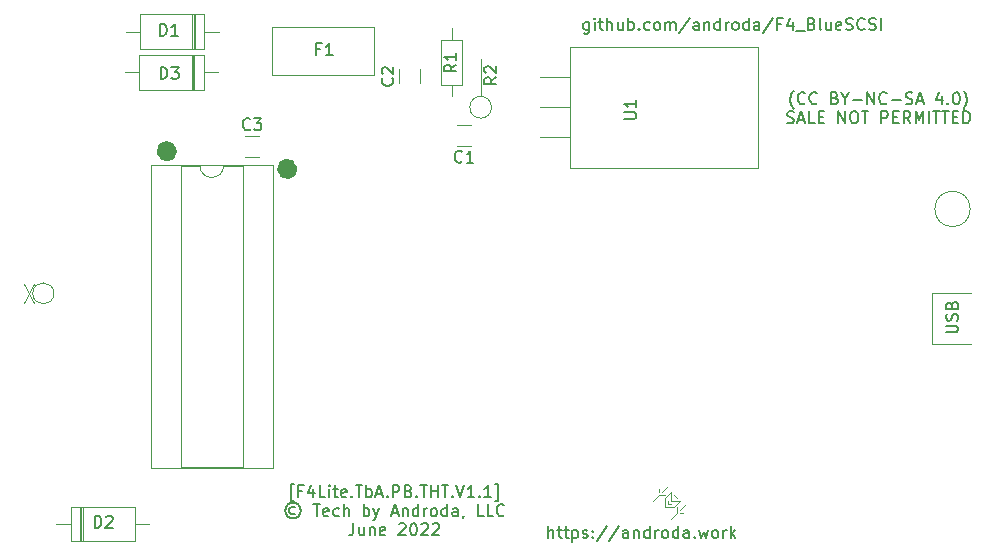
<source format=gbr>
%TF.GenerationSoftware,KiCad,Pcbnew,(6.0.2)*%
%TF.CreationDate,2022-07-01T05:11:33-06:00*%
%TF.ProjectId,PowerBook_F4Lite_THTV1,506f7765-7242-46f6-9f6b-5f46344c6974,rev?*%
%TF.SameCoordinates,Original*%
%TF.FileFunction,Legend,Top*%
%TF.FilePolarity,Positive*%
%FSLAX46Y46*%
G04 Gerber Fmt 4.6, Leading zero omitted, Abs format (unit mm)*
G04 Created by KiCad (PCBNEW (6.0.2)) date 2022-07-01 05:11:33*
%MOMM*%
%LPD*%
G01*
G04 APERTURE LIST*
%ADD10C,1.100000*%
%ADD11C,0.150000*%
%ADD12C,0.120000*%
G04 APERTURE END LIST*
D10*
X89200535Y-74353420D02*
G75*
G03*
X89200535Y-74353420I-313235J0D01*
G01*
X78994815Y-72859900D02*
G75*
G03*
X78994815Y-72859900I-313235J0D01*
G01*
D11*
X110988507Y-105595680D02*
X110988507Y-104595680D01*
X111417079Y-105595680D02*
X111417079Y-105071871D01*
X111369460Y-104976633D01*
X111274221Y-104929014D01*
X111131364Y-104929014D01*
X111036126Y-104976633D01*
X110988507Y-105024252D01*
X111750412Y-104929014D02*
X112131364Y-104929014D01*
X111893269Y-104595680D02*
X111893269Y-105452823D01*
X111940888Y-105548061D01*
X112036126Y-105595680D01*
X112131364Y-105595680D01*
X112321840Y-104929014D02*
X112702793Y-104929014D01*
X112464698Y-104595680D02*
X112464698Y-105452823D01*
X112512317Y-105548061D01*
X112607555Y-105595680D01*
X112702793Y-105595680D01*
X113036126Y-104929014D02*
X113036126Y-105929014D01*
X113036126Y-104976633D02*
X113131364Y-104929014D01*
X113321840Y-104929014D01*
X113417079Y-104976633D01*
X113464698Y-105024252D01*
X113512317Y-105119490D01*
X113512317Y-105405204D01*
X113464698Y-105500442D01*
X113417079Y-105548061D01*
X113321840Y-105595680D01*
X113131364Y-105595680D01*
X113036126Y-105548061D01*
X113893269Y-105548061D02*
X113988507Y-105595680D01*
X114178983Y-105595680D01*
X114274221Y-105548061D01*
X114321840Y-105452823D01*
X114321840Y-105405204D01*
X114274221Y-105309966D01*
X114178983Y-105262347D01*
X114036126Y-105262347D01*
X113940888Y-105214728D01*
X113893269Y-105119490D01*
X113893269Y-105071871D01*
X113940888Y-104976633D01*
X114036126Y-104929014D01*
X114178983Y-104929014D01*
X114274221Y-104976633D01*
X114750412Y-105500442D02*
X114798031Y-105548061D01*
X114750412Y-105595680D01*
X114702793Y-105548061D01*
X114750412Y-105500442D01*
X114750412Y-105595680D01*
X114750412Y-104976633D02*
X114798031Y-105024252D01*
X114750412Y-105071871D01*
X114702793Y-105024252D01*
X114750412Y-104976633D01*
X114750412Y-105071871D01*
X115940888Y-104548061D02*
X115083745Y-105833776D01*
X116988507Y-104548061D02*
X116131364Y-105833776D01*
X117750412Y-105595680D02*
X117750412Y-105071871D01*
X117702793Y-104976633D01*
X117607555Y-104929014D01*
X117417079Y-104929014D01*
X117321840Y-104976633D01*
X117750412Y-105548061D02*
X117655174Y-105595680D01*
X117417079Y-105595680D01*
X117321840Y-105548061D01*
X117274221Y-105452823D01*
X117274221Y-105357585D01*
X117321840Y-105262347D01*
X117417079Y-105214728D01*
X117655174Y-105214728D01*
X117750412Y-105167109D01*
X118226602Y-104929014D02*
X118226602Y-105595680D01*
X118226602Y-105024252D02*
X118274221Y-104976633D01*
X118369460Y-104929014D01*
X118512317Y-104929014D01*
X118607555Y-104976633D01*
X118655174Y-105071871D01*
X118655174Y-105595680D01*
X119559936Y-105595680D02*
X119559936Y-104595680D01*
X119559936Y-105548061D02*
X119464698Y-105595680D01*
X119274221Y-105595680D01*
X119178983Y-105548061D01*
X119131364Y-105500442D01*
X119083745Y-105405204D01*
X119083745Y-105119490D01*
X119131364Y-105024252D01*
X119178983Y-104976633D01*
X119274221Y-104929014D01*
X119464698Y-104929014D01*
X119559936Y-104976633D01*
X120036126Y-105595680D02*
X120036126Y-104929014D01*
X120036126Y-105119490D02*
X120083745Y-105024252D01*
X120131364Y-104976633D01*
X120226602Y-104929014D01*
X120321840Y-104929014D01*
X120798031Y-105595680D02*
X120702793Y-105548061D01*
X120655174Y-105500442D01*
X120607555Y-105405204D01*
X120607555Y-105119490D01*
X120655174Y-105024252D01*
X120702793Y-104976633D01*
X120798031Y-104929014D01*
X120940888Y-104929014D01*
X121036126Y-104976633D01*
X121083745Y-105024252D01*
X121131364Y-105119490D01*
X121131364Y-105405204D01*
X121083745Y-105500442D01*
X121036126Y-105548061D01*
X120940888Y-105595680D01*
X120798031Y-105595680D01*
X121988507Y-105595680D02*
X121988507Y-104595680D01*
X121988507Y-105548061D02*
X121893269Y-105595680D01*
X121702793Y-105595680D01*
X121607555Y-105548061D01*
X121559936Y-105500442D01*
X121512317Y-105405204D01*
X121512317Y-105119490D01*
X121559936Y-105024252D01*
X121607555Y-104976633D01*
X121702793Y-104929014D01*
X121893269Y-104929014D01*
X121988507Y-104976633D01*
X122893269Y-105595680D02*
X122893269Y-105071871D01*
X122845650Y-104976633D01*
X122750412Y-104929014D01*
X122559936Y-104929014D01*
X122464698Y-104976633D01*
X122893269Y-105548061D02*
X122798031Y-105595680D01*
X122559936Y-105595680D01*
X122464698Y-105548061D01*
X122417079Y-105452823D01*
X122417079Y-105357585D01*
X122464698Y-105262347D01*
X122559936Y-105214728D01*
X122798031Y-105214728D01*
X122893269Y-105167109D01*
X123369460Y-105500442D02*
X123417079Y-105548061D01*
X123369460Y-105595680D01*
X123321840Y-105548061D01*
X123369460Y-105500442D01*
X123369460Y-105595680D01*
X123750412Y-104929014D02*
X123940888Y-105595680D01*
X124131364Y-105119490D01*
X124321840Y-105595680D01*
X124512317Y-104929014D01*
X125036126Y-105595680D02*
X124940888Y-105548061D01*
X124893269Y-105500442D01*
X124845650Y-105405204D01*
X124845650Y-105119490D01*
X124893269Y-105024252D01*
X124940888Y-104976633D01*
X125036126Y-104929014D01*
X125178983Y-104929014D01*
X125274221Y-104976633D01*
X125321840Y-105024252D01*
X125369460Y-105119490D01*
X125369460Y-105405204D01*
X125321840Y-105500442D01*
X125274221Y-105548061D01*
X125178983Y-105595680D01*
X125036126Y-105595680D01*
X125798031Y-105595680D02*
X125798031Y-104929014D01*
X125798031Y-105119490D02*
X125845650Y-105024252D01*
X125893269Y-104976633D01*
X125988507Y-104929014D01*
X126083745Y-104929014D01*
X126417079Y-105595680D02*
X126417079Y-104595680D01*
X126512317Y-105214728D02*
X126798031Y-105595680D01*
X126798031Y-104929014D02*
X126417079Y-105309966D01*
X131769523Y-69248333D02*
X131721904Y-69200714D01*
X131626666Y-69057857D01*
X131579047Y-68962619D01*
X131531428Y-68819761D01*
X131483809Y-68581666D01*
X131483809Y-68391190D01*
X131531428Y-68153095D01*
X131579047Y-68010238D01*
X131626666Y-67915000D01*
X131721904Y-67772142D01*
X131769523Y-67724523D01*
X132721904Y-68772142D02*
X132674285Y-68819761D01*
X132531428Y-68867380D01*
X132436190Y-68867380D01*
X132293333Y-68819761D01*
X132198095Y-68724523D01*
X132150476Y-68629285D01*
X132102857Y-68438809D01*
X132102857Y-68295952D01*
X132150476Y-68105476D01*
X132198095Y-68010238D01*
X132293333Y-67915000D01*
X132436190Y-67867380D01*
X132531428Y-67867380D01*
X132674285Y-67915000D01*
X132721904Y-67962619D01*
X133721904Y-68772142D02*
X133674285Y-68819761D01*
X133531428Y-68867380D01*
X133436190Y-68867380D01*
X133293333Y-68819761D01*
X133198095Y-68724523D01*
X133150476Y-68629285D01*
X133102857Y-68438809D01*
X133102857Y-68295952D01*
X133150476Y-68105476D01*
X133198095Y-68010238D01*
X133293333Y-67915000D01*
X133436190Y-67867380D01*
X133531428Y-67867380D01*
X133674285Y-67915000D01*
X133721904Y-67962619D01*
X135245714Y-68343571D02*
X135388571Y-68391190D01*
X135436190Y-68438809D01*
X135483809Y-68534047D01*
X135483809Y-68676904D01*
X135436190Y-68772142D01*
X135388571Y-68819761D01*
X135293333Y-68867380D01*
X134912380Y-68867380D01*
X134912380Y-67867380D01*
X135245714Y-67867380D01*
X135340952Y-67915000D01*
X135388571Y-67962619D01*
X135436190Y-68057857D01*
X135436190Y-68153095D01*
X135388571Y-68248333D01*
X135340952Y-68295952D01*
X135245714Y-68343571D01*
X134912380Y-68343571D01*
X136102857Y-68391190D02*
X136102857Y-68867380D01*
X135769523Y-67867380D02*
X136102857Y-68391190D01*
X136436190Y-67867380D01*
X136769523Y-68486428D02*
X137531428Y-68486428D01*
X138007619Y-68867380D02*
X138007619Y-67867380D01*
X138579047Y-68867380D01*
X138579047Y-67867380D01*
X139626666Y-68772142D02*
X139579047Y-68819761D01*
X139436190Y-68867380D01*
X139340952Y-68867380D01*
X139198095Y-68819761D01*
X139102857Y-68724523D01*
X139055238Y-68629285D01*
X139007619Y-68438809D01*
X139007619Y-68295952D01*
X139055238Y-68105476D01*
X139102857Y-68010238D01*
X139198095Y-67915000D01*
X139340952Y-67867380D01*
X139436190Y-67867380D01*
X139579047Y-67915000D01*
X139626666Y-67962619D01*
X140055238Y-68486428D02*
X140817142Y-68486428D01*
X141245714Y-68819761D02*
X141388571Y-68867380D01*
X141626666Y-68867380D01*
X141721904Y-68819761D01*
X141769523Y-68772142D01*
X141817142Y-68676904D01*
X141817142Y-68581666D01*
X141769523Y-68486428D01*
X141721904Y-68438809D01*
X141626666Y-68391190D01*
X141436190Y-68343571D01*
X141340952Y-68295952D01*
X141293333Y-68248333D01*
X141245714Y-68153095D01*
X141245714Y-68057857D01*
X141293333Y-67962619D01*
X141340952Y-67915000D01*
X141436190Y-67867380D01*
X141674285Y-67867380D01*
X141817142Y-67915000D01*
X142198095Y-68581666D02*
X142674285Y-68581666D01*
X142102857Y-68867380D02*
X142436190Y-67867380D01*
X142769523Y-68867380D01*
X144293333Y-68200714D02*
X144293333Y-68867380D01*
X144055238Y-67819761D02*
X143817142Y-68534047D01*
X144436190Y-68534047D01*
X144817142Y-68772142D02*
X144864761Y-68819761D01*
X144817142Y-68867380D01*
X144769523Y-68819761D01*
X144817142Y-68772142D01*
X144817142Y-68867380D01*
X145483809Y-67867380D02*
X145579047Y-67867380D01*
X145674285Y-67915000D01*
X145721904Y-67962619D01*
X145769523Y-68057857D01*
X145817142Y-68248333D01*
X145817142Y-68486428D01*
X145769523Y-68676904D01*
X145721904Y-68772142D01*
X145674285Y-68819761D01*
X145579047Y-68867380D01*
X145483809Y-68867380D01*
X145388571Y-68819761D01*
X145340952Y-68772142D01*
X145293333Y-68676904D01*
X145245714Y-68486428D01*
X145245714Y-68248333D01*
X145293333Y-68057857D01*
X145340952Y-67962619D01*
X145388571Y-67915000D01*
X145483809Y-67867380D01*
X146150476Y-69248333D02*
X146198095Y-69200714D01*
X146293333Y-69057857D01*
X146340952Y-68962619D01*
X146388571Y-68819761D01*
X146436190Y-68581666D01*
X146436190Y-68391190D01*
X146388571Y-68153095D01*
X146340952Y-68010238D01*
X146293333Y-67915000D01*
X146198095Y-67772142D01*
X146150476Y-67724523D01*
X131221904Y-70429761D02*
X131364761Y-70477380D01*
X131602857Y-70477380D01*
X131698095Y-70429761D01*
X131745714Y-70382142D01*
X131793333Y-70286904D01*
X131793333Y-70191666D01*
X131745714Y-70096428D01*
X131698095Y-70048809D01*
X131602857Y-70001190D01*
X131412380Y-69953571D01*
X131317142Y-69905952D01*
X131269523Y-69858333D01*
X131221904Y-69763095D01*
X131221904Y-69667857D01*
X131269523Y-69572619D01*
X131317142Y-69525000D01*
X131412380Y-69477380D01*
X131650476Y-69477380D01*
X131793333Y-69525000D01*
X132174285Y-70191666D02*
X132650476Y-70191666D01*
X132079047Y-70477380D02*
X132412380Y-69477380D01*
X132745714Y-70477380D01*
X133555238Y-70477380D02*
X133079047Y-70477380D01*
X133079047Y-69477380D01*
X133888571Y-69953571D02*
X134221904Y-69953571D01*
X134364761Y-70477380D02*
X133888571Y-70477380D01*
X133888571Y-69477380D01*
X134364761Y-69477380D01*
X135555238Y-70477380D02*
X135555238Y-69477380D01*
X136126666Y-70477380D01*
X136126666Y-69477380D01*
X136793333Y-69477380D02*
X136983809Y-69477380D01*
X137079047Y-69525000D01*
X137174285Y-69620238D01*
X137221904Y-69810714D01*
X137221904Y-70144047D01*
X137174285Y-70334523D01*
X137079047Y-70429761D01*
X136983809Y-70477380D01*
X136793333Y-70477380D01*
X136698095Y-70429761D01*
X136602857Y-70334523D01*
X136555238Y-70144047D01*
X136555238Y-69810714D01*
X136602857Y-69620238D01*
X136698095Y-69525000D01*
X136793333Y-69477380D01*
X137507619Y-69477380D02*
X138079047Y-69477380D01*
X137793333Y-70477380D02*
X137793333Y-69477380D01*
X139174285Y-70477380D02*
X139174285Y-69477380D01*
X139555238Y-69477380D01*
X139650476Y-69525000D01*
X139698095Y-69572619D01*
X139745714Y-69667857D01*
X139745714Y-69810714D01*
X139698095Y-69905952D01*
X139650476Y-69953571D01*
X139555238Y-70001190D01*
X139174285Y-70001190D01*
X140174285Y-69953571D02*
X140507619Y-69953571D01*
X140650476Y-70477380D02*
X140174285Y-70477380D01*
X140174285Y-69477380D01*
X140650476Y-69477380D01*
X141650476Y-70477380D02*
X141317142Y-70001190D01*
X141079047Y-70477380D02*
X141079047Y-69477380D01*
X141460000Y-69477380D01*
X141555238Y-69525000D01*
X141602857Y-69572619D01*
X141650476Y-69667857D01*
X141650476Y-69810714D01*
X141602857Y-69905952D01*
X141555238Y-69953571D01*
X141460000Y-70001190D01*
X141079047Y-70001190D01*
X142079047Y-70477380D02*
X142079047Y-69477380D01*
X142412380Y-70191666D01*
X142745714Y-69477380D01*
X142745714Y-70477380D01*
X143221904Y-70477380D02*
X143221904Y-69477380D01*
X143555238Y-69477380D02*
X144126666Y-69477380D01*
X143840952Y-70477380D02*
X143840952Y-69477380D01*
X144317142Y-69477380D02*
X144888571Y-69477380D01*
X144602857Y-70477380D02*
X144602857Y-69477380D01*
X145221904Y-69953571D02*
X145555238Y-69953571D01*
X145698095Y-70477380D02*
X145221904Y-70477380D01*
X145221904Y-69477380D01*
X145698095Y-69477380D01*
X146126666Y-70477380D02*
X146126666Y-69477380D01*
X146364761Y-69477380D01*
X146507619Y-69525000D01*
X146602857Y-69620238D01*
X146650476Y-69715476D01*
X146698095Y-69905952D01*
X146698095Y-70048809D01*
X146650476Y-70239285D01*
X146602857Y-70334523D01*
X146507619Y-70429761D01*
X146364761Y-70477380D01*
X146126666Y-70477380D01*
X89436190Y-102475714D02*
X89198095Y-102475714D01*
X89198095Y-101047142D01*
X89436190Y-101047142D01*
X90150476Y-101618571D02*
X89817142Y-101618571D01*
X89817142Y-102142380D02*
X89817142Y-101142380D01*
X90293333Y-101142380D01*
X91102857Y-101475714D02*
X91102857Y-102142380D01*
X90864761Y-101094761D02*
X90626666Y-101809047D01*
X91245714Y-101809047D01*
X92102857Y-102142380D02*
X91626666Y-102142380D01*
X91626666Y-101142380D01*
X92436190Y-102142380D02*
X92436190Y-101475714D01*
X92436190Y-101142380D02*
X92388571Y-101190000D01*
X92436190Y-101237619D01*
X92483809Y-101190000D01*
X92436190Y-101142380D01*
X92436190Y-101237619D01*
X92769523Y-101475714D02*
X93150476Y-101475714D01*
X92912380Y-101142380D02*
X92912380Y-101999523D01*
X92960000Y-102094761D01*
X93055238Y-102142380D01*
X93150476Y-102142380D01*
X93864761Y-102094761D02*
X93769523Y-102142380D01*
X93579047Y-102142380D01*
X93483809Y-102094761D01*
X93436190Y-101999523D01*
X93436190Y-101618571D01*
X93483809Y-101523333D01*
X93579047Y-101475714D01*
X93769523Y-101475714D01*
X93864761Y-101523333D01*
X93912380Y-101618571D01*
X93912380Y-101713809D01*
X93436190Y-101809047D01*
X94340952Y-102047142D02*
X94388571Y-102094761D01*
X94340952Y-102142380D01*
X94293333Y-102094761D01*
X94340952Y-102047142D01*
X94340952Y-102142380D01*
X94674285Y-101142380D02*
X95245714Y-101142380D01*
X94960000Y-102142380D02*
X94960000Y-101142380D01*
X95579047Y-102142380D02*
X95579047Y-101142380D01*
X95579047Y-101523333D02*
X95674285Y-101475714D01*
X95864761Y-101475714D01*
X95960000Y-101523333D01*
X96007619Y-101570952D01*
X96055238Y-101666190D01*
X96055238Y-101951904D01*
X96007619Y-102047142D01*
X95960000Y-102094761D01*
X95864761Y-102142380D01*
X95674285Y-102142380D01*
X95579047Y-102094761D01*
X96436190Y-101856666D02*
X96912380Y-101856666D01*
X96340952Y-102142380D02*
X96674285Y-101142380D01*
X97007619Y-102142380D01*
X97340952Y-102047142D02*
X97388571Y-102094761D01*
X97340952Y-102142380D01*
X97293333Y-102094761D01*
X97340952Y-102047142D01*
X97340952Y-102142380D01*
X97817142Y-102142380D02*
X97817142Y-101142380D01*
X98198095Y-101142380D01*
X98293333Y-101190000D01*
X98340952Y-101237619D01*
X98388571Y-101332857D01*
X98388571Y-101475714D01*
X98340952Y-101570952D01*
X98293333Y-101618571D01*
X98198095Y-101666190D01*
X97817142Y-101666190D01*
X99150476Y-101618571D02*
X99293333Y-101666190D01*
X99340952Y-101713809D01*
X99388571Y-101809047D01*
X99388571Y-101951904D01*
X99340952Y-102047142D01*
X99293333Y-102094761D01*
X99198095Y-102142380D01*
X98817142Y-102142380D01*
X98817142Y-101142380D01*
X99150476Y-101142380D01*
X99245714Y-101190000D01*
X99293333Y-101237619D01*
X99340952Y-101332857D01*
X99340952Y-101428095D01*
X99293333Y-101523333D01*
X99245714Y-101570952D01*
X99150476Y-101618571D01*
X98817142Y-101618571D01*
X99817142Y-102047142D02*
X99864761Y-102094761D01*
X99817142Y-102142380D01*
X99769523Y-102094761D01*
X99817142Y-102047142D01*
X99817142Y-102142380D01*
X100150476Y-101142380D02*
X100721904Y-101142380D01*
X100436190Y-102142380D02*
X100436190Y-101142380D01*
X101055238Y-102142380D02*
X101055238Y-101142380D01*
X101055238Y-101618571D02*
X101626666Y-101618571D01*
X101626666Y-102142380D02*
X101626666Y-101142380D01*
X101960000Y-101142380D02*
X102531428Y-101142380D01*
X102245714Y-102142380D02*
X102245714Y-101142380D01*
X102864761Y-102047142D02*
X102912380Y-102094761D01*
X102864761Y-102142380D01*
X102817142Y-102094761D01*
X102864761Y-102047142D01*
X102864761Y-102142380D01*
X103198095Y-101142380D02*
X103531428Y-102142380D01*
X103864761Y-101142380D01*
X104721904Y-102142380D02*
X104150476Y-102142380D01*
X104436190Y-102142380D02*
X104436190Y-101142380D01*
X104340952Y-101285238D01*
X104245714Y-101380476D01*
X104150476Y-101428095D01*
X105150476Y-102047142D02*
X105198095Y-102094761D01*
X105150476Y-102142380D01*
X105102857Y-102094761D01*
X105150476Y-102047142D01*
X105150476Y-102142380D01*
X106150476Y-102142380D02*
X105579047Y-102142380D01*
X105864761Y-102142380D02*
X105864761Y-101142380D01*
X105769523Y-101285238D01*
X105674285Y-101380476D01*
X105579047Y-101428095D01*
X106483809Y-102475714D02*
X106721904Y-102475714D01*
X106721904Y-101047142D01*
X106483809Y-101047142D01*
X89555238Y-102990476D02*
X89460000Y-102942857D01*
X89269523Y-102942857D01*
X89174285Y-102990476D01*
X89079047Y-103085714D01*
X89031428Y-103180952D01*
X89031428Y-103371428D01*
X89079047Y-103466666D01*
X89174285Y-103561904D01*
X89269523Y-103609523D01*
X89460000Y-103609523D01*
X89555238Y-103561904D01*
X89364761Y-102609523D02*
X89126666Y-102657142D01*
X88888571Y-102800000D01*
X88745714Y-103038095D01*
X88698095Y-103276190D01*
X88745714Y-103514285D01*
X88888571Y-103752380D01*
X89126666Y-103895238D01*
X89364761Y-103942857D01*
X89602857Y-103895238D01*
X89840952Y-103752380D01*
X89983809Y-103514285D01*
X90031428Y-103276190D01*
X89983809Y-103038095D01*
X89840952Y-102800000D01*
X89602857Y-102657142D01*
X89364761Y-102609523D01*
X91079047Y-102752380D02*
X91650476Y-102752380D01*
X91364761Y-103752380D02*
X91364761Y-102752380D01*
X92364761Y-103704761D02*
X92269523Y-103752380D01*
X92079047Y-103752380D01*
X91983809Y-103704761D01*
X91936190Y-103609523D01*
X91936190Y-103228571D01*
X91983809Y-103133333D01*
X92079047Y-103085714D01*
X92269523Y-103085714D01*
X92364761Y-103133333D01*
X92412380Y-103228571D01*
X92412380Y-103323809D01*
X91936190Y-103419047D01*
X93269523Y-103704761D02*
X93174285Y-103752380D01*
X92983809Y-103752380D01*
X92888571Y-103704761D01*
X92840952Y-103657142D01*
X92793333Y-103561904D01*
X92793333Y-103276190D01*
X92840952Y-103180952D01*
X92888571Y-103133333D01*
X92983809Y-103085714D01*
X93174285Y-103085714D01*
X93269523Y-103133333D01*
X93698095Y-103752380D02*
X93698095Y-102752380D01*
X94126666Y-103752380D02*
X94126666Y-103228571D01*
X94079047Y-103133333D01*
X93983809Y-103085714D01*
X93840952Y-103085714D01*
X93745714Y-103133333D01*
X93698095Y-103180952D01*
X95364761Y-103752380D02*
X95364761Y-102752380D01*
X95364761Y-103133333D02*
X95460000Y-103085714D01*
X95650476Y-103085714D01*
X95745714Y-103133333D01*
X95793333Y-103180952D01*
X95840952Y-103276190D01*
X95840952Y-103561904D01*
X95793333Y-103657142D01*
X95745714Y-103704761D01*
X95650476Y-103752380D01*
X95460000Y-103752380D01*
X95364761Y-103704761D01*
X96174285Y-103085714D02*
X96412380Y-103752380D01*
X96650476Y-103085714D02*
X96412380Y-103752380D01*
X96317142Y-103990476D01*
X96269523Y-104038095D01*
X96174285Y-104085714D01*
X97745714Y-103466666D02*
X98221904Y-103466666D01*
X97650476Y-103752380D02*
X97983809Y-102752380D01*
X98317142Y-103752380D01*
X98650476Y-103085714D02*
X98650476Y-103752380D01*
X98650476Y-103180952D02*
X98698095Y-103133333D01*
X98793333Y-103085714D01*
X98936190Y-103085714D01*
X99031428Y-103133333D01*
X99079047Y-103228571D01*
X99079047Y-103752380D01*
X99983809Y-103752380D02*
X99983809Y-102752380D01*
X99983809Y-103704761D02*
X99888571Y-103752380D01*
X99698095Y-103752380D01*
X99602857Y-103704761D01*
X99555238Y-103657142D01*
X99507619Y-103561904D01*
X99507619Y-103276190D01*
X99555238Y-103180952D01*
X99602857Y-103133333D01*
X99698095Y-103085714D01*
X99888571Y-103085714D01*
X99983809Y-103133333D01*
X100460000Y-103752380D02*
X100460000Y-103085714D01*
X100460000Y-103276190D02*
X100507619Y-103180952D01*
X100555238Y-103133333D01*
X100650476Y-103085714D01*
X100745714Y-103085714D01*
X101221904Y-103752380D02*
X101126666Y-103704761D01*
X101079047Y-103657142D01*
X101031428Y-103561904D01*
X101031428Y-103276190D01*
X101079047Y-103180952D01*
X101126666Y-103133333D01*
X101221904Y-103085714D01*
X101364761Y-103085714D01*
X101460000Y-103133333D01*
X101507619Y-103180952D01*
X101555238Y-103276190D01*
X101555238Y-103561904D01*
X101507619Y-103657142D01*
X101460000Y-103704761D01*
X101364761Y-103752380D01*
X101221904Y-103752380D01*
X102412380Y-103752380D02*
X102412380Y-102752380D01*
X102412380Y-103704761D02*
X102317142Y-103752380D01*
X102126666Y-103752380D01*
X102031428Y-103704761D01*
X101983809Y-103657142D01*
X101936190Y-103561904D01*
X101936190Y-103276190D01*
X101983809Y-103180952D01*
X102031428Y-103133333D01*
X102126666Y-103085714D01*
X102317142Y-103085714D01*
X102412380Y-103133333D01*
X103317142Y-103752380D02*
X103317142Y-103228571D01*
X103269523Y-103133333D01*
X103174285Y-103085714D01*
X102983809Y-103085714D01*
X102888571Y-103133333D01*
X103317142Y-103704761D02*
X103221904Y-103752380D01*
X102983809Y-103752380D01*
X102888571Y-103704761D01*
X102840952Y-103609523D01*
X102840952Y-103514285D01*
X102888571Y-103419047D01*
X102983809Y-103371428D01*
X103221904Y-103371428D01*
X103317142Y-103323809D01*
X103840952Y-103704761D02*
X103840952Y-103752380D01*
X103793333Y-103847619D01*
X103745714Y-103895238D01*
X105507619Y-103752380D02*
X105031428Y-103752380D01*
X105031428Y-102752380D01*
X106317142Y-103752380D02*
X105840952Y-103752380D01*
X105840952Y-102752380D01*
X107221904Y-103657142D02*
X107174285Y-103704761D01*
X107031428Y-103752380D01*
X106936190Y-103752380D01*
X106793333Y-103704761D01*
X106698095Y-103609523D01*
X106650476Y-103514285D01*
X106602857Y-103323809D01*
X106602857Y-103180952D01*
X106650476Y-102990476D01*
X106698095Y-102895238D01*
X106793333Y-102800000D01*
X106936190Y-102752380D01*
X107031428Y-102752380D01*
X107174285Y-102800000D01*
X107221904Y-102847619D01*
X94483809Y-104362380D02*
X94483809Y-105076666D01*
X94436190Y-105219523D01*
X94340952Y-105314761D01*
X94198095Y-105362380D01*
X94102857Y-105362380D01*
X95388571Y-104695714D02*
X95388571Y-105362380D01*
X94960000Y-104695714D02*
X94960000Y-105219523D01*
X95007619Y-105314761D01*
X95102857Y-105362380D01*
X95245714Y-105362380D01*
X95340952Y-105314761D01*
X95388571Y-105267142D01*
X95864761Y-104695714D02*
X95864761Y-105362380D01*
X95864761Y-104790952D02*
X95912380Y-104743333D01*
X96007619Y-104695714D01*
X96150476Y-104695714D01*
X96245714Y-104743333D01*
X96293333Y-104838571D01*
X96293333Y-105362380D01*
X97150476Y-105314761D02*
X97055238Y-105362380D01*
X96864761Y-105362380D01*
X96769523Y-105314761D01*
X96721904Y-105219523D01*
X96721904Y-104838571D01*
X96769523Y-104743333D01*
X96864761Y-104695714D01*
X97055238Y-104695714D01*
X97150476Y-104743333D01*
X97198095Y-104838571D01*
X97198095Y-104933809D01*
X96721904Y-105029047D01*
X98340952Y-104457619D02*
X98388571Y-104410000D01*
X98483809Y-104362380D01*
X98721904Y-104362380D01*
X98817142Y-104410000D01*
X98864761Y-104457619D01*
X98912380Y-104552857D01*
X98912380Y-104648095D01*
X98864761Y-104790952D01*
X98293333Y-105362380D01*
X98912380Y-105362380D01*
X99531428Y-104362380D02*
X99626666Y-104362380D01*
X99721904Y-104410000D01*
X99769523Y-104457619D01*
X99817142Y-104552857D01*
X99864761Y-104743333D01*
X99864761Y-104981428D01*
X99817142Y-105171904D01*
X99769523Y-105267142D01*
X99721904Y-105314761D01*
X99626666Y-105362380D01*
X99531428Y-105362380D01*
X99436190Y-105314761D01*
X99388571Y-105267142D01*
X99340952Y-105171904D01*
X99293333Y-104981428D01*
X99293333Y-104743333D01*
X99340952Y-104552857D01*
X99388571Y-104457619D01*
X99436190Y-104410000D01*
X99531428Y-104362380D01*
X100245714Y-104457619D02*
X100293333Y-104410000D01*
X100388571Y-104362380D01*
X100626666Y-104362380D01*
X100721904Y-104410000D01*
X100769523Y-104457619D01*
X100817142Y-104552857D01*
X100817142Y-104648095D01*
X100769523Y-104790952D01*
X100198095Y-105362380D01*
X100817142Y-105362380D01*
X101198095Y-104457619D02*
X101245714Y-104410000D01*
X101340952Y-104362380D01*
X101579047Y-104362380D01*
X101674285Y-104410000D01*
X101721904Y-104457619D01*
X101769523Y-104552857D01*
X101769523Y-104648095D01*
X101721904Y-104790952D01*
X101150476Y-105362380D01*
X101769523Y-105362380D01*
X114427142Y-61925714D02*
X114427142Y-62735238D01*
X114379523Y-62830476D01*
X114331904Y-62878095D01*
X114236666Y-62925714D01*
X114093809Y-62925714D01*
X113998571Y-62878095D01*
X114427142Y-62544761D02*
X114331904Y-62592380D01*
X114141428Y-62592380D01*
X114046190Y-62544761D01*
X113998571Y-62497142D01*
X113950952Y-62401904D01*
X113950952Y-62116190D01*
X113998571Y-62020952D01*
X114046190Y-61973333D01*
X114141428Y-61925714D01*
X114331904Y-61925714D01*
X114427142Y-61973333D01*
X114903333Y-62592380D02*
X114903333Y-61925714D01*
X114903333Y-61592380D02*
X114855714Y-61640000D01*
X114903333Y-61687619D01*
X114950952Y-61640000D01*
X114903333Y-61592380D01*
X114903333Y-61687619D01*
X115236666Y-61925714D02*
X115617619Y-61925714D01*
X115379523Y-61592380D02*
X115379523Y-62449523D01*
X115427142Y-62544761D01*
X115522380Y-62592380D01*
X115617619Y-62592380D01*
X115950952Y-62592380D02*
X115950952Y-61592380D01*
X116379523Y-62592380D02*
X116379523Y-62068571D01*
X116331904Y-61973333D01*
X116236666Y-61925714D01*
X116093809Y-61925714D01*
X115998571Y-61973333D01*
X115950952Y-62020952D01*
X117284285Y-61925714D02*
X117284285Y-62592380D01*
X116855714Y-61925714D02*
X116855714Y-62449523D01*
X116903333Y-62544761D01*
X116998571Y-62592380D01*
X117141428Y-62592380D01*
X117236666Y-62544761D01*
X117284285Y-62497142D01*
X117760476Y-62592380D02*
X117760476Y-61592380D01*
X117760476Y-61973333D02*
X117855714Y-61925714D01*
X118046190Y-61925714D01*
X118141428Y-61973333D01*
X118189047Y-62020952D01*
X118236666Y-62116190D01*
X118236666Y-62401904D01*
X118189047Y-62497142D01*
X118141428Y-62544761D01*
X118046190Y-62592380D01*
X117855714Y-62592380D01*
X117760476Y-62544761D01*
X118665238Y-62497142D02*
X118712857Y-62544761D01*
X118665238Y-62592380D01*
X118617619Y-62544761D01*
X118665238Y-62497142D01*
X118665238Y-62592380D01*
X119570000Y-62544761D02*
X119474761Y-62592380D01*
X119284285Y-62592380D01*
X119189047Y-62544761D01*
X119141428Y-62497142D01*
X119093809Y-62401904D01*
X119093809Y-62116190D01*
X119141428Y-62020952D01*
X119189047Y-61973333D01*
X119284285Y-61925714D01*
X119474761Y-61925714D01*
X119570000Y-61973333D01*
X120141428Y-62592380D02*
X120046190Y-62544761D01*
X119998571Y-62497142D01*
X119950952Y-62401904D01*
X119950952Y-62116190D01*
X119998571Y-62020952D01*
X120046190Y-61973333D01*
X120141428Y-61925714D01*
X120284285Y-61925714D01*
X120379523Y-61973333D01*
X120427142Y-62020952D01*
X120474761Y-62116190D01*
X120474761Y-62401904D01*
X120427142Y-62497142D01*
X120379523Y-62544761D01*
X120284285Y-62592380D01*
X120141428Y-62592380D01*
X120903333Y-62592380D02*
X120903333Y-61925714D01*
X120903333Y-62020952D02*
X120950952Y-61973333D01*
X121046190Y-61925714D01*
X121189047Y-61925714D01*
X121284285Y-61973333D01*
X121331904Y-62068571D01*
X121331904Y-62592380D01*
X121331904Y-62068571D02*
X121379523Y-61973333D01*
X121474761Y-61925714D01*
X121617619Y-61925714D01*
X121712857Y-61973333D01*
X121760476Y-62068571D01*
X121760476Y-62592380D01*
X122950952Y-61544761D02*
X122093809Y-62830476D01*
X123712857Y-62592380D02*
X123712857Y-62068571D01*
X123665238Y-61973333D01*
X123570000Y-61925714D01*
X123379523Y-61925714D01*
X123284285Y-61973333D01*
X123712857Y-62544761D02*
X123617619Y-62592380D01*
X123379523Y-62592380D01*
X123284285Y-62544761D01*
X123236666Y-62449523D01*
X123236666Y-62354285D01*
X123284285Y-62259047D01*
X123379523Y-62211428D01*
X123617619Y-62211428D01*
X123712857Y-62163809D01*
X124189047Y-61925714D02*
X124189047Y-62592380D01*
X124189047Y-62020952D02*
X124236666Y-61973333D01*
X124331904Y-61925714D01*
X124474761Y-61925714D01*
X124570000Y-61973333D01*
X124617619Y-62068571D01*
X124617619Y-62592380D01*
X125522380Y-62592380D02*
X125522380Y-61592380D01*
X125522380Y-62544761D02*
X125427142Y-62592380D01*
X125236666Y-62592380D01*
X125141428Y-62544761D01*
X125093809Y-62497142D01*
X125046190Y-62401904D01*
X125046190Y-62116190D01*
X125093809Y-62020952D01*
X125141428Y-61973333D01*
X125236666Y-61925714D01*
X125427142Y-61925714D01*
X125522380Y-61973333D01*
X125998571Y-62592380D02*
X125998571Y-61925714D01*
X125998571Y-62116190D02*
X126046190Y-62020952D01*
X126093809Y-61973333D01*
X126189047Y-61925714D01*
X126284285Y-61925714D01*
X126760476Y-62592380D02*
X126665238Y-62544761D01*
X126617619Y-62497142D01*
X126570000Y-62401904D01*
X126570000Y-62116190D01*
X126617619Y-62020952D01*
X126665238Y-61973333D01*
X126760476Y-61925714D01*
X126903333Y-61925714D01*
X126998571Y-61973333D01*
X127046190Y-62020952D01*
X127093809Y-62116190D01*
X127093809Y-62401904D01*
X127046190Y-62497142D01*
X126998571Y-62544761D01*
X126903333Y-62592380D01*
X126760476Y-62592380D01*
X127950952Y-62592380D02*
X127950952Y-61592380D01*
X127950952Y-62544761D02*
X127855714Y-62592380D01*
X127665238Y-62592380D01*
X127570000Y-62544761D01*
X127522380Y-62497142D01*
X127474761Y-62401904D01*
X127474761Y-62116190D01*
X127522380Y-62020952D01*
X127570000Y-61973333D01*
X127665238Y-61925714D01*
X127855714Y-61925714D01*
X127950952Y-61973333D01*
X128855714Y-62592380D02*
X128855714Y-62068571D01*
X128808095Y-61973333D01*
X128712857Y-61925714D01*
X128522380Y-61925714D01*
X128427142Y-61973333D01*
X128855714Y-62544761D02*
X128760476Y-62592380D01*
X128522380Y-62592380D01*
X128427142Y-62544761D01*
X128379523Y-62449523D01*
X128379523Y-62354285D01*
X128427142Y-62259047D01*
X128522380Y-62211428D01*
X128760476Y-62211428D01*
X128855714Y-62163809D01*
X130046190Y-61544761D02*
X129189047Y-62830476D01*
X130712857Y-62068571D02*
X130379523Y-62068571D01*
X130379523Y-62592380D02*
X130379523Y-61592380D01*
X130855714Y-61592380D01*
X131665238Y-61925714D02*
X131665238Y-62592380D01*
X131427142Y-61544761D02*
X131189047Y-62259047D01*
X131808095Y-62259047D01*
X131950952Y-62687619D02*
X132712857Y-62687619D01*
X133284285Y-62068571D02*
X133427142Y-62116190D01*
X133474761Y-62163809D01*
X133522380Y-62259047D01*
X133522380Y-62401904D01*
X133474761Y-62497142D01*
X133427142Y-62544761D01*
X133331904Y-62592380D01*
X132950952Y-62592380D01*
X132950952Y-61592380D01*
X133284285Y-61592380D01*
X133379523Y-61640000D01*
X133427142Y-61687619D01*
X133474761Y-61782857D01*
X133474761Y-61878095D01*
X133427142Y-61973333D01*
X133379523Y-62020952D01*
X133284285Y-62068571D01*
X132950952Y-62068571D01*
X134093809Y-62592380D02*
X133998571Y-62544761D01*
X133950952Y-62449523D01*
X133950952Y-61592380D01*
X134903333Y-61925714D02*
X134903333Y-62592380D01*
X134474761Y-61925714D02*
X134474761Y-62449523D01*
X134522380Y-62544761D01*
X134617619Y-62592380D01*
X134760476Y-62592380D01*
X134855714Y-62544761D01*
X134903333Y-62497142D01*
X135760476Y-62544761D02*
X135665238Y-62592380D01*
X135474761Y-62592380D01*
X135379523Y-62544761D01*
X135331904Y-62449523D01*
X135331904Y-62068571D01*
X135379523Y-61973333D01*
X135474761Y-61925714D01*
X135665238Y-61925714D01*
X135760476Y-61973333D01*
X135808095Y-62068571D01*
X135808095Y-62163809D01*
X135331904Y-62259047D01*
X136189047Y-62544761D02*
X136331904Y-62592380D01*
X136570000Y-62592380D01*
X136665238Y-62544761D01*
X136712857Y-62497142D01*
X136760476Y-62401904D01*
X136760476Y-62306666D01*
X136712857Y-62211428D01*
X136665238Y-62163809D01*
X136570000Y-62116190D01*
X136379523Y-62068571D01*
X136284285Y-62020952D01*
X136236666Y-61973333D01*
X136189047Y-61878095D01*
X136189047Y-61782857D01*
X136236666Y-61687619D01*
X136284285Y-61640000D01*
X136379523Y-61592380D01*
X136617619Y-61592380D01*
X136760476Y-61640000D01*
X137760476Y-62497142D02*
X137712857Y-62544761D01*
X137570000Y-62592380D01*
X137474761Y-62592380D01*
X137331904Y-62544761D01*
X137236666Y-62449523D01*
X137189047Y-62354285D01*
X137141428Y-62163809D01*
X137141428Y-62020952D01*
X137189047Y-61830476D01*
X137236666Y-61735238D01*
X137331904Y-61640000D01*
X137474761Y-61592380D01*
X137570000Y-61592380D01*
X137712857Y-61640000D01*
X137760476Y-61687619D01*
X138141428Y-62544761D02*
X138284285Y-62592380D01*
X138522380Y-62592380D01*
X138617619Y-62544761D01*
X138665238Y-62497142D01*
X138712857Y-62401904D01*
X138712857Y-62306666D01*
X138665238Y-62211428D01*
X138617619Y-62163809D01*
X138522380Y-62116190D01*
X138331904Y-62068571D01*
X138236666Y-62020952D01*
X138189047Y-61973333D01*
X138141428Y-61878095D01*
X138141428Y-61782857D01*
X138189047Y-61687619D01*
X138236666Y-61640000D01*
X138331904Y-61592380D01*
X138570000Y-61592380D01*
X138712857Y-61640000D01*
X139141428Y-62592380D02*
X139141428Y-61592380D01*
%TO.C,C1*%
X103685887Y-73715775D02*
X103638268Y-73763394D01*
X103495411Y-73811013D01*
X103400173Y-73811013D01*
X103257315Y-73763394D01*
X103162077Y-73668156D01*
X103114458Y-73572918D01*
X103066839Y-73382442D01*
X103066839Y-73239585D01*
X103114458Y-73049109D01*
X103162077Y-72953871D01*
X103257315Y-72858633D01*
X103400173Y-72811013D01*
X103495411Y-72811013D01*
X103638268Y-72858633D01*
X103685887Y-72906252D01*
X104638268Y-73811013D02*
X104066839Y-73811013D01*
X104352554Y-73811013D02*
X104352554Y-72811013D01*
X104257315Y-72953871D01*
X104162077Y-73049109D01*
X104066839Y-73096728D01*
%TO.C,C2*%
X97771037Y-66677039D02*
X97818656Y-66724658D01*
X97866275Y-66867515D01*
X97866275Y-66962753D01*
X97818656Y-67105611D01*
X97723418Y-67200849D01*
X97628180Y-67248468D01*
X97437704Y-67296087D01*
X97294847Y-67296087D01*
X97104371Y-67248468D01*
X97009133Y-67200849D01*
X96913895Y-67105611D01*
X96866275Y-66962753D01*
X96866275Y-66867515D01*
X96913895Y-66724658D01*
X96961514Y-66677039D01*
X96961514Y-66296087D02*
X96913895Y-66248468D01*
X96866275Y-66153230D01*
X96866275Y-65915134D01*
X96913895Y-65819896D01*
X96961514Y-65772277D01*
X97056752Y-65724658D01*
X97151990Y-65724658D01*
X97294847Y-65772277D01*
X97866275Y-66343706D01*
X97866275Y-65724658D01*
%TO.C,C3*%
X85742813Y-70971682D02*
X85695194Y-71019301D01*
X85552337Y-71066920D01*
X85457099Y-71066920D01*
X85314241Y-71019301D01*
X85219003Y-70924063D01*
X85171384Y-70828825D01*
X85123765Y-70638349D01*
X85123765Y-70495492D01*
X85171384Y-70305016D01*
X85219003Y-70209778D01*
X85314241Y-70114540D01*
X85457099Y-70066920D01*
X85552337Y-70066920D01*
X85695194Y-70114540D01*
X85742813Y-70162159D01*
X86076146Y-70066920D02*
X86695194Y-70066920D01*
X86361860Y-70447873D01*
X86504718Y-70447873D01*
X86599956Y-70495492D01*
X86647575Y-70543111D01*
X86695194Y-70638349D01*
X86695194Y-70876444D01*
X86647575Y-70971682D01*
X86599956Y-71019301D01*
X86504718Y-71066920D01*
X86219003Y-71066920D01*
X86123765Y-71019301D01*
X86076146Y-70971682D01*
%TO.C,D2*%
X72584084Y-104719380D02*
X72584084Y-103719380D01*
X72822180Y-103719380D01*
X72965037Y-103767000D01*
X73060275Y-103862238D01*
X73107894Y-103957476D01*
X73155513Y-104147952D01*
X73155513Y-104290809D01*
X73107894Y-104481285D01*
X73060275Y-104576523D01*
X72965037Y-104671761D01*
X72822180Y-104719380D01*
X72584084Y-104719380D01*
X73536465Y-103814619D02*
X73584084Y-103767000D01*
X73679322Y-103719380D01*
X73917418Y-103719380D01*
X74012656Y-103767000D01*
X74060275Y-103814619D01*
X74107894Y-103909857D01*
X74107894Y-104005095D01*
X74060275Y-104147952D01*
X73488846Y-104719380D01*
X74107894Y-104719380D01*
%TO.C,D3*%
X78161924Y-66741300D02*
X78161924Y-65741300D01*
X78400020Y-65741300D01*
X78542877Y-65788920D01*
X78638115Y-65884158D01*
X78685734Y-65979396D01*
X78733353Y-66169872D01*
X78733353Y-66312729D01*
X78685734Y-66503205D01*
X78638115Y-66598443D01*
X78542877Y-66693681D01*
X78400020Y-66741300D01*
X78161924Y-66741300D01*
X79066686Y-65741300D02*
X79685734Y-65741300D01*
X79352400Y-66122253D01*
X79495258Y-66122253D01*
X79590496Y-66169872D01*
X79638115Y-66217491D01*
X79685734Y-66312729D01*
X79685734Y-66550824D01*
X79638115Y-66646062D01*
X79590496Y-66693681D01*
X79495258Y-66741300D01*
X79209543Y-66741300D01*
X79114305Y-66693681D01*
X79066686Y-66646062D01*
%TO.C,R1*%
X103194014Y-65515319D02*
X102717824Y-65848653D01*
X103194014Y-66086748D02*
X102194014Y-66086748D01*
X102194014Y-65705795D01*
X102241634Y-65610557D01*
X102289253Y-65562938D01*
X102384491Y-65515319D01*
X102527348Y-65515319D01*
X102622586Y-65562938D01*
X102670205Y-65610557D01*
X102717824Y-65705795D01*
X102717824Y-66086748D01*
X103194014Y-64562938D02*
X103194014Y-65134367D01*
X103194014Y-64848653D02*
X102194014Y-64848653D01*
X102336872Y-64943891D01*
X102432110Y-65039129D01*
X102479729Y-65134367D01*
%TO.C,R2*%
X106582375Y-66599899D02*
X106106185Y-66933233D01*
X106582375Y-67171328D02*
X105582375Y-67171328D01*
X105582375Y-66790375D01*
X105629995Y-66695137D01*
X105677614Y-66647518D01*
X105772852Y-66599899D01*
X105915709Y-66599899D01*
X106010947Y-66647518D01*
X106058566Y-66695137D01*
X106106185Y-66790375D01*
X106106185Y-67171328D01*
X105677614Y-66218947D02*
X105629995Y-66171328D01*
X105582375Y-66076090D01*
X105582375Y-65837994D01*
X105629995Y-65742756D01*
X105677614Y-65695137D01*
X105772852Y-65647518D01*
X105868090Y-65647518D01*
X106010947Y-65695137D01*
X106582375Y-66266566D01*
X106582375Y-65647518D01*
%TO.C,U1*%
X117432380Y-70101904D02*
X118241904Y-70101904D01*
X118337142Y-70054285D01*
X118384761Y-70006666D01*
X118432380Y-69911428D01*
X118432380Y-69720952D01*
X118384761Y-69625714D01*
X118337142Y-69578095D01*
X118241904Y-69530476D01*
X117432380Y-69530476D01*
X118432380Y-68530476D02*
X118432380Y-69101904D01*
X118432380Y-68816190D02*
X117432380Y-68816190D01*
X117575238Y-68911428D01*
X117670476Y-69006666D01*
X117718095Y-69101904D01*
%TO.C,D1*%
X78103504Y-63073540D02*
X78103504Y-62073540D01*
X78341600Y-62073540D01*
X78484457Y-62121160D01*
X78579695Y-62216398D01*
X78627314Y-62311636D01*
X78674933Y-62502112D01*
X78674933Y-62644969D01*
X78627314Y-62835445D01*
X78579695Y-62930683D01*
X78484457Y-63025921D01*
X78341600Y-63073540D01*
X78103504Y-63073540D01*
X79627314Y-63073540D02*
X79055885Y-63073540D01*
X79341600Y-63073540D02*
X79341600Y-62073540D01*
X79246361Y-62216398D01*
X79151123Y-62311636D01*
X79055885Y-62359255D01*
%TO.C,F1*%
X91678272Y-64184443D02*
X91344939Y-64184443D01*
X91344939Y-64708252D02*
X91344939Y-63708252D01*
X91821129Y-63708252D01*
X92725891Y-64708252D02*
X92154463Y-64708252D01*
X92440177Y-64708252D02*
X92440177Y-63708252D01*
X92344939Y-63851110D01*
X92249701Y-63946348D01*
X92154463Y-63993967D01*
%TO.C,U3*%
X144664180Y-88195944D02*
X145473704Y-88195944D01*
X145568942Y-88148325D01*
X145616561Y-88100706D01*
X145664180Y-88005468D01*
X145664180Y-87814992D01*
X145616561Y-87719754D01*
X145568942Y-87672135D01*
X145473704Y-87624516D01*
X144664180Y-87624516D01*
X145616561Y-87195944D02*
X145664180Y-87053087D01*
X145664180Y-86814992D01*
X145616561Y-86719754D01*
X145568942Y-86672135D01*
X145473704Y-86624516D01*
X145378466Y-86624516D01*
X145283228Y-86672135D01*
X145235609Y-86719754D01*
X145187990Y-86814992D01*
X145140371Y-87005468D01*
X145092752Y-87100706D01*
X145045133Y-87148325D01*
X144949895Y-87195944D01*
X144854657Y-87195944D01*
X144759419Y-87148325D01*
X144711800Y-87100706D01*
X144664180Y-87005468D01*
X144664180Y-86767373D01*
X144711800Y-86624516D01*
X145140371Y-85862611D02*
X145187990Y-85719754D01*
X145235609Y-85672135D01*
X145330847Y-85624516D01*
X145473704Y-85624516D01*
X145568942Y-85672135D01*
X145616561Y-85719754D01*
X145664180Y-85814992D01*
X145664180Y-86195944D01*
X144664180Y-86195944D01*
X144664180Y-85862611D01*
X144711800Y-85767373D01*
X144759419Y-85719754D01*
X144854657Y-85672135D01*
X144949895Y-85672135D01*
X145045133Y-85719754D01*
X145092752Y-85767373D01*
X145140371Y-85862611D01*
X145140371Y-86195944D01*
D12*
%TO.C,J2*%
X67432020Y-84092940D02*
X66632020Y-85692940D01*
X67432020Y-85692940D02*
X66632020Y-84092940D01*
X69126447Y-84892940D02*
G75*
G03*
X69126447Y-84892940I-894427J0D01*
G01*
%TO.C,C1*%
X104454618Y-70628633D02*
X103250490Y-70628633D01*
X104454618Y-72448633D02*
X103250490Y-72448633D01*
%TO.C,C2*%
X100143895Y-67112437D02*
X100143895Y-65908309D01*
X98323895Y-67112437D02*
X98323895Y-65908309D01*
%TO.C,C3*%
X85285496Y-73360960D02*
X86489624Y-73360960D01*
X85285496Y-71540960D02*
X86489624Y-71540960D01*
%TO.C,D2*%
X71336460Y-102936700D02*
X71336460Y-105876700D01*
X75996460Y-102936700D02*
X70556460Y-102936700D01*
X71456460Y-102936700D02*
X71456460Y-105876700D01*
X70556460Y-102936700D02*
X70556460Y-105876700D01*
X70556460Y-105876700D02*
X75996460Y-105876700D01*
X71576460Y-102936700D02*
X71576460Y-105876700D01*
X69336460Y-104406700D02*
X70556460Y-104406700D01*
X77216460Y-104406700D02*
X75996460Y-104406700D01*
X75996460Y-105876700D02*
X75996460Y-102936700D01*
%TO.C,D3*%
X80913060Y-67649700D02*
X80913060Y-64709700D01*
X81033060Y-67649700D02*
X81033060Y-64709700D01*
X75153060Y-66179700D02*
X76373060Y-66179700D01*
X76373060Y-67649700D02*
X81813060Y-67649700D01*
X80793060Y-67649700D02*
X80793060Y-64709700D01*
X76373060Y-64709700D02*
X76373060Y-67649700D01*
X81813060Y-64709700D02*
X76373060Y-64709700D01*
X83033060Y-66179700D02*
X81813060Y-66179700D01*
X81813060Y-67649700D02*
X81813060Y-64709700D01*
%TO.C,R1*%
X101882594Y-63405792D02*
X101882594Y-67245792D01*
X102802594Y-68195792D02*
X102802594Y-67245792D01*
X101882594Y-67245792D02*
X103722594Y-67245792D01*
X102802594Y-62455792D02*
X102802594Y-63405792D01*
X103722594Y-67245792D02*
X103722594Y-63405792D01*
X103722594Y-63405792D02*
X101882594Y-63405792D01*
%TO.C,R2*%
X105261315Y-68215793D02*
X105261315Y-65055793D01*
X106181315Y-69135793D02*
G75*
G03*
X106181315Y-69135793I-920000J0D01*
G01*
%TO.C,U1*%
X112824815Y-66608493D02*
X110284815Y-66608493D01*
X128714815Y-64028493D02*
X112824815Y-64028493D01*
X112824815Y-64028493D02*
X112824815Y-74268493D01*
X112824815Y-71688493D02*
X110284815Y-71688493D01*
X112824815Y-69148493D02*
X110284815Y-69148493D01*
X128714815Y-74268493D02*
X112824815Y-74268493D01*
X128714815Y-64028493D02*
X128714815Y-74268493D01*
%TO.C,U2*%
X79849200Y-74072440D02*
X79849200Y-99592440D01*
X81499200Y-74072440D02*
X79849200Y-74072440D01*
X77359200Y-74012440D02*
X77359200Y-99652440D01*
X77359200Y-99652440D02*
X87639200Y-99652440D01*
X87639200Y-74012440D02*
X77359200Y-74012440D01*
X85149200Y-99592440D02*
X85149200Y-74072440D01*
X85149200Y-74072440D02*
X83499200Y-74072440D01*
X87639200Y-99652440D02*
X87639200Y-74012440D01*
X79849200Y-99592440D02*
X85149200Y-99592440D01*
X81499200Y-74072440D02*
G75*
G03*
X83499200Y-74072440I1000000J0D01*
G01*
%TO.C,D1*%
X83078780Y-62720220D02*
X81858780Y-62720220D01*
X75198780Y-62720220D02*
X76418780Y-62720220D01*
X81078780Y-64190220D02*
X81078780Y-61250220D01*
X76418780Y-61250220D02*
X76418780Y-64190220D01*
X81858780Y-64190220D02*
X81858780Y-61250220D01*
X81858780Y-61250220D02*
X76418780Y-61250220D01*
X80838780Y-64190220D02*
X80838780Y-61250220D01*
X76418780Y-64190220D02*
X81858780Y-64190220D01*
X80958780Y-64190220D02*
X80958780Y-61250220D01*
%TO.C,F1*%
X96222440Y-62295720D02*
X96222440Y-66395720D01*
X87622440Y-66395720D02*
X96222440Y-66395720D01*
X87622440Y-62295720D02*
X87622440Y-66395720D01*
X87622440Y-62295720D02*
X96222440Y-62295720D01*
%TO.C,U3*%
X143433800Y-84851240D02*
X143433800Y-89169240D01*
X146735800Y-84851240D02*
X143433800Y-84851240D01*
X143433800Y-89169240D02*
X146735800Y-89169240D01*
X146711800Y-77739240D02*
G75*
G03*
X146711800Y-77739240I-1500000J0D01*
G01*
%TO.C,REF\u002A\u002A*%
X121876820Y-102938580D02*
X121876820Y-103446580D01*
X120860820Y-102938580D02*
X120860820Y-102176580D01*
X121622820Y-102938580D02*
X120860820Y-102938580D01*
X120860820Y-102176580D02*
X121368820Y-101668580D01*
X122130820Y-103446580D02*
X122384820Y-103446580D01*
X122130820Y-103192580D02*
X122638820Y-102684580D01*
X120352820Y-101922580D02*
X119844820Y-102430580D01*
X121368820Y-101668580D02*
X121368820Y-102430580D01*
X121114820Y-102684580D02*
X121368820Y-102684580D01*
X121368820Y-102430580D02*
X122130820Y-102430580D01*
X121876820Y-102176580D02*
X121622820Y-101922580D01*
X121622820Y-102938580D02*
X122130820Y-102430580D01*
X121114820Y-102430580D02*
X121114820Y-102684580D01*
X120860820Y-101922580D02*
X120352820Y-101922580D01*
X120352820Y-101668580D02*
X120352820Y-101414580D01*
X121876820Y-103446580D02*
X121368820Y-103954580D01*
X120606820Y-101668580D02*
X121114820Y-101160580D01*
%TD*%
M02*

</source>
